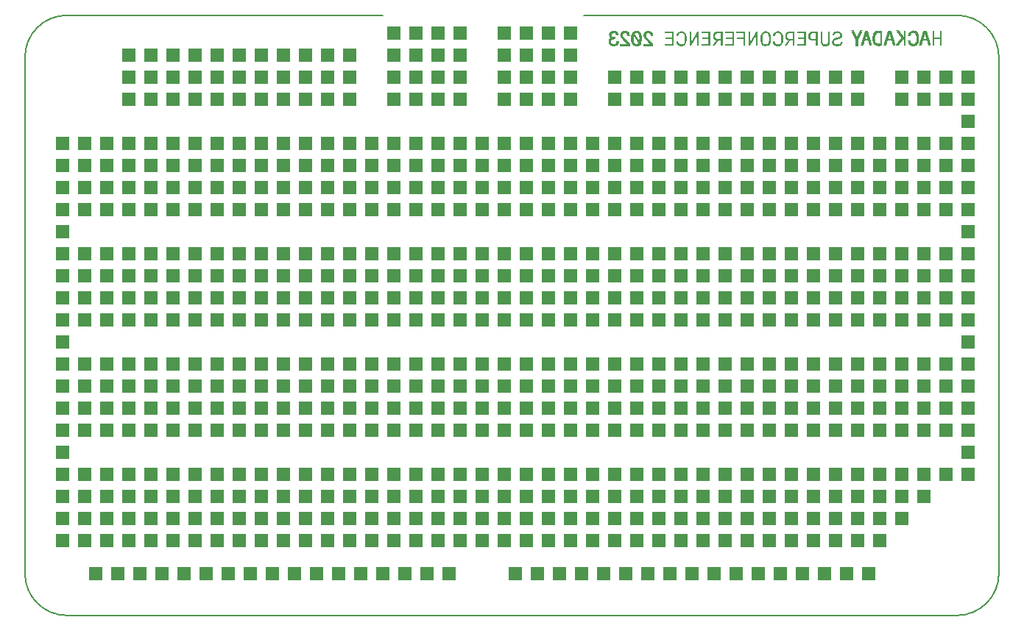
<source format=gbo>
G04*
G04 #@! TF.GenerationSoftware,Altium Limited,CircuitStudio,1.5.2 (30)*
G04*
G04 Layer_Color=13408512*
%FSLAX25Y25*%
%MOIN*%
G70*
G01*
G75*
%ADD13C,0.00500*%
%ADD14R,0.06000X0.06000*%
%ADD15R,0.01160X0.06930*%
%ADD16R,0.02570X0.01130*%
G04:AMPARAMS|DCode=17|XSize=11.6mil|YSize=69.3mil|CornerRadius=0mil|HoleSize=0mil|Usage=FLASHONLY|Rotation=343.000|XOffset=0mil|YOffset=0mil|HoleType=Round|Shape=Rectangle|*
%AMROTATEDRECTD17*
4,1,4,-0.01568,-0.03144,0.00458,0.03483,0.01568,0.03144,-0.00458,-0.03483,-0.01568,-0.03144,0.0*
%
%ADD17ROTATEDRECTD17*%

%ADD18R,0.01109X0.00339*%
%ADD19R,0.01344X0.00377*%
G04:AMPARAMS|DCode=20|XSize=11.6mil|YSize=69.3mil|CornerRadius=0mil|HoleSize=0mil|Usage=FLASHONLY|Rotation=197.000|XOffset=0mil|YOffset=0mil|HoleType=Round|Shape=Rectangle|*
%AMROTATEDRECTD20*
4,1,4,-0.00458,0.03483,0.01568,-0.03144,0.00458,-0.03483,-0.01568,0.03144,-0.00458,0.03483,0.0*
%
%ADD20ROTATEDRECTD20*%

%ADD21R,0.02570X0.01040*%
G04:AMPARAMS|DCode=22|XSize=11.6mil|YSize=45.45mil|CornerRadius=0mil|HoleSize=0mil|Usage=FLASHONLY|Rotation=39.000|XOffset=0mil|YOffset=0mil|HoleType=Round|Shape=Rectangle|*
%AMROTATEDRECTD22*
4,1,4,0.00980,-0.02131,-0.01881,0.01401,-0.00980,0.02131,0.01881,-0.01401,0.00980,-0.02131,0.0*
%
%ADD22ROTATEDRECTD22*%

%ADD23R,0.01247X0.00304*%
G04:AMPARAMS|DCode=24|XSize=7.2mil|YSize=3.26mil|CornerRadius=0mil|HoleSize=0mil|Usage=FLASHONLY|Rotation=39.000|XOffset=0mil|YOffset=0mil|HoleType=Round|Shape=Rectangle|*
%AMROTATEDRECTD24*
4,1,4,-0.00177,-0.00353,-0.00382,-0.00100,0.00177,0.00353,0.00382,0.00100,-0.00177,-0.00353,0.0*
%
%ADD24ROTATEDRECTD24*%

G04:AMPARAMS|DCode=25|XSize=3.63mil|YSize=2.79mil|CornerRadius=0mil|HoleSize=0mil|Usage=FLASHONLY|Rotation=39.000|XOffset=0mil|YOffset=0mil|HoleType=Round|Shape=Rectangle|*
%AMROTATEDRECTD25*
4,1,4,-0.00053,-0.00223,-0.00229,-0.00006,0.00053,0.00223,0.00229,0.00006,-0.00053,-0.00223,0.0*
%
%ADD25ROTATEDRECTD25*%

G04:AMPARAMS|DCode=26|XSize=3.63mil|YSize=2.79mil|CornerRadius=0mil|HoleSize=0mil|Usage=FLASHONLY|Rotation=321.000|XOffset=0mil|YOffset=0mil|HoleType=Round|Shape=Rectangle|*
%AMROTATEDRECTD26*
4,1,4,-0.00229,0.00006,-0.00053,0.00223,0.00229,-0.00006,0.00053,-0.00223,-0.00229,0.00006,0.0*
%
%ADD26ROTATEDRECTD26*%

G04:AMPARAMS|DCode=27|XSize=7.2mil|YSize=3.26mil|CornerRadius=0mil|HoleSize=0mil|Usage=FLASHONLY|Rotation=321.000|XOffset=0mil|YOffset=0mil|HoleType=Round|Shape=Rectangle|*
%AMROTATEDRECTD27*
4,1,4,-0.00382,0.00100,-0.00177,0.00353,0.00382,-0.00100,0.00177,-0.00353,-0.00382,0.00100,0.0*
%
%ADD27ROTATEDRECTD27*%

G04:AMPARAMS|DCode=28|XSize=11.6mil|YSize=45.45mil|CornerRadius=0mil|HoleSize=0mil|Usage=FLASHONLY|Rotation=321.000|XOffset=0mil|YOffset=0mil|HoleType=Round|Shape=Rectangle|*
%AMROTATEDRECTD28*
4,1,4,-0.01881,-0.01401,0.00980,0.02131,0.01881,0.01401,-0.00980,-0.02131,-0.01881,-0.01401,0.0*
%
%ADD28ROTATEDRECTD28*%

%ADD29R,0.02570X0.01050*%
G04:AMPARAMS|DCode=30|XSize=11.6mil|YSize=42.26mil|CornerRadius=0mil|HoleSize=0mil|Usage=FLASHONLY|Rotation=332.000|XOffset=0mil|YOffset=0mil|HoleType=Round|Shape=Rectangle|*
%AMROTATEDRECTD30*
4,1,4,-0.01504,-0.01593,0.00480,0.02138,0.01504,0.01593,-0.00480,-0.02138,-0.01504,-0.01593,0.0*
%
%ADD30ROTATEDRECTD30*%

%ADD31R,0.01137X0.00304*%
G04:AMPARAMS|DCode=32|XSize=2.79mil|YSize=2.3mil|CornerRadius=0mil|HoleSize=0mil|Usage=FLASHONLY|Rotation=321.000|XOffset=0mil|YOffset=0mil|HoleType=Round|Shape=Rectangle|*
%AMROTATEDRECTD32*
4,1,4,-0.00181,-0.00002,-0.00036,0.00177,0.00181,0.00002,0.00036,-0.00177,-0.00181,-0.00002,0.0*
%
%ADD32ROTATEDRECTD32*%

G04:AMPARAMS|DCode=33|XSize=3.63mil|YSize=2.79mil|CornerRadius=0mil|HoleSize=0mil|Usage=FLASHONLY|Rotation=64.000|XOffset=0mil|YOffset=0mil|HoleType=Round|Shape=Rectangle|*
%AMROTATEDRECTD33*
4,1,4,0.00046,-0.00224,-0.00205,-0.00102,-0.00046,0.00224,0.00205,0.00102,0.00046,-0.00224,0.0*
%
%ADD33ROTATEDRECTD33*%

G04:AMPARAMS|DCode=34|XSize=3.63mil|YSize=2.79mil|CornerRadius=0mil|HoleSize=0mil|Usage=FLASHONLY|Rotation=116.000|XOffset=0mil|YOffset=0mil|HoleType=Round|Shape=Rectangle|*
%AMROTATEDRECTD34*
4,1,4,0.00205,-0.00102,-0.00046,-0.00224,-0.00205,0.00102,0.00046,0.00224,0.00205,-0.00102,0.0*
%
%ADD34ROTATEDRECTD34*%

G04:AMPARAMS|DCode=35|XSize=2.79mil|YSize=2.3mil|CornerRadius=0mil|HoleSize=0mil|Usage=FLASHONLY|Rotation=219.000|XOffset=0mil|YOffset=0mil|HoleType=Round|Shape=Rectangle|*
%AMROTATEDRECTD35*
4,1,4,0.00036,0.00177,0.00181,-0.00002,-0.00036,-0.00177,-0.00181,0.00002,0.00036,0.00177,0.0*
%
%ADD35ROTATEDRECTD35*%

G04:AMPARAMS|DCode=36|XSize=11.6mil|YSize=42.26mil|CornerRadius=0mil|HoleSize=0mil|Usage=FLASHONLY|Rotation=208.000|XOffset=0mil|YOffset=0mil|HoleType=Round|Shape=Rectangle|*
%AMROTATEDRECTD36*
4,1,4,-0.00480,0.02138,0.01504,-0.01593,0.00480,-0.02138,-0.01504,0.01593,-0.00480,0.02138,0.0*
%
%ADD36ROTATEDRECTD36*%

%ADD37R,0.01170X0.03200*%
G36*
X604548Y470726D02*
X605048Y470546D01*
X605461Y470255D01*
X605793Y469861D01*
X606045Y469373D01*
X606220Y468796D01*
X606323Y468141D01*
X606324Y468125D01*
X606324Y468125D01*
X606346Y467639D01*
X606357Y467412D01*
X606357Y467411D01*
X606357Y467405D01*
X606323Y466677D01*
X606220Y466021D01*
X606045Y465445D01*
X605793Y464956D01*
X605462Y464563D01*
X605048Y464272D01*
X604548Y464092D01*
X603959Y464030D01*
X603437Y464071D01*
X602988Y464192D01*
X602611Y464386D01*
X602300Y464651D01*
X602053Y464980D01*
X601865Y465371D01*
X601734Y465817D01*
X601656Y466256D01*
X602493Y466256D01*
X602547Y465979D01*
X602652Y465648D01*
X602919Y465189D01*
X603070Y465032D01*
X603311Y464905D01*
X603606Y464827D01*
X603959Y464801D01*
X604412Y464858D01*
X604769Y465022D01*
X605041Y465275D01*
X605239Y465606D01*
X605374Y465999D01*
X605457Y466439D01*
X605499Y466913D01*
X605499Y466919D01*
X605499Y466919D01*
X605510Y467410D01*
X605503Y467717D01*
X605499Y467905D01*
X605457Y468378D01*
X605374Y468819D01*
X605239Y469212D01*
X605041Y469542D01*
X604769Y469796D01*
X604412Y469959D01*
X603959Y470016D01*
X603606Y469990D01*
X603311Y469912D01*
X603070Y469785D01*
X602878Y469613D01*
X602730Y469395D01*
X602621Y469136D01*
X602547Y468838D01*
X602502Y468503D01*
X601656Y468503D01*
X601734Y469001D01*
X601865Y469447D01*
X602052Y469837D01*
X602300Y470167D01*
X602611Y470432D01*
X602988Y470626D01*
X603437Y470747D01*
X603959Y470787D01*
X604548Y470726D01*
D02*
G37*
G36*
X627502Y470702D02*
X627502Y466443D01*
X627476Y465942D01*
X627393Y465483D01*
X627249Y465074D01*
X627037Y464721D01*
X626753Y464433D01*
X626392Y464218D01*
X625948Y464083D01*
X625415Y464036D01*
X624874Y464084D01*
X624424Y464220D01*
X624059Y464438D01*
X623774Y464728D01*
X623562Y465082D01*
X623418Y465492D01*
X623336Y465948D01*
X623310Y466443D01*
X623310Y470702D01*
X624137Y470702D01*
Y466461D01*
X624174Y465831D01*
X624343Y465297D01*
X624503Y465087D01*
X624728Y464927D01*
X625029Y464825D01*
X625415Y464788D01*
X625794Y464825D01*
X626089Y464928D01*
X626313Y465089D01*
X626473Y465300D01*
X626645Y465835D01*
X626685Y466462D01*
X626685Y470702D01*
X627502Y470702D01*
D02*
G37*
G36*
X573347Y470684D02*
X573347Y464103D01*
X569314Y464103D01*
X569314Y464846D01*
X572529Y464846D01*
X572529Y467108D01*
X569633Y467108D01*
X569633Y467861D01*
X572529Y467861D01*
Y469932D01*
X569314Y469932D01*
X569314Y470684D01*
X573347Y470684D01*
D02*
G37*
G36*
X594813Y464102D02*
X594014Y464102D01*
X593976Y469056D01*
X591457Y464102D01*
X590554Y464102D01*
X590554Y470683D01*
X591363Y470683D01*
X591400Y465700D01*
X593920Y470683D01*
X594813D01*
X594813Y464102D01*
D02*
G37*
G36*
X667874Y467546D02*
X667864Y467376D01*
X667804Y466476D01*
X667634Y465716D01*
X667354Y465116D01*
X667034Y464646D01*
X666624Y464326D01*
X666184Y464126D01*
X665774Y464016D01*
X665304Y463966D01*
X664774Y464016D01*
X664314Y464146D01*
X663884Y464346D01*
X663554Y464606D01*
X663264Y464946D01*
X663064Y465366D01*
X662894Y465866D01*
X662804Y466596D01*
X663994Y466596D01*
X664034Y466276D01*
X664074Y465986D01*
X664174Y465756D01*
X664294Y465516D01*
X664484Y465326D01*
X664724Y465186D01*
X664974Y465106D01*
X665294Y465096D01*
X665654Y465146D01*
X665904Y465226D01*
X666204Y465436D01*
X666394Y465726D01*
X666524Y466066D01*
X666614Y466416D01*
X666604Y466486D01*
X666664Y466896D01*
X666694Y467546D01*
X667874Y467546D01*
D02*
G37*
G36*
X560862Y470726D02*
X561362Y470546D01*
X561776Y470255D01*
X562107Y469861D01*
X562359Y469373D01*
X562534Y468796D01*
X562637Y468141D01*
X562638Y468125D01*
X562639Y468126D01*
X562671Y467405D01*
X562638Y466677D01*
X562535Y466021D01*
X562359Y465445D01*
X562107Y464956D01*
X561776Y464562D01*
X561362Y464272D01*
X560862Y464092D01*
X560274Y464030D01*
X559751Y464071D01*
X559303Y464192D01*
X558925Y464386D01*
X558614Y464651D01*
X558367Y464980D01*
X558179Y465371D01*
X558048Y465817D01*
X557970Y466256D01*
X558807Y466256D01*
X558861Y465979D01*
X558966Y465648D01*
X559233Y465189D01*
X559384Y465032D01*
X559625Y464905D01*
X559920Y464827D01*
X560273Y464801D01*
X560726Y464858D01*
X561083Y465022D01*
X561355Y465275D01*
X561553Y465606D01*
X561689Y465999D01*
X561771Y466439D01*
X561813Y466913D01*
X561813Y466919D01*
X561813Y466919D01*
X561825Y467412D01*
X561824Y467452D01*
X561813Y467898D01*
X561813Y467898D01*
X561813Y467905D01*
X561771Y468378D01*
X561688Y468819D01*
X561553Y469212D01*
X561355Y469542D01*
X561083Y469796D01*
X560726Y469959D01*
X560274Y470016D01*
X559920Y469990D01*
X559625Y469912D01*
X559384Y469786D01*
X559192Y469613D01*
X559044Y469395D01*
X558935Y469136D01*
X558861Y468838D01*
X558816Y468503D01*
X557970Y468503D01*
X558048Y469001D01*
X558179Y469447D01*
X558366Y469838D01*
X558614Y470167D01*
X558925Y470432D01*
X559302Y470626D01*
X559751Y470747D01*
X560273Y470787D01*
X560862Y470726D01*
D02*
G37*
G36*
X611473Y464103D02*
X610655Y464103D01*
X610655Y466491D01*
X609470Y466494D01*
X607884Y464106D01*
X606990Y464106D01*
X606990Y464200D01*
X608608Y466592D01*
X608446Y466645D01*
X608089Y466828D01*
X607793Y467077D01*
X607560Y467384D01*
X607390Y467744D01*
X607287Y468154D01*
X607252Y468607D01*
X607286Y469047D01*
X607387Y469447D01*
X607555Y469801D01*
X607786Y470104D01*
X608081Y470349D01*
X608387Y470506D01*
X608854Y470646D01*
X609330Y470684D01*
X611473Y470684D01*
X611473Y464103D01*
D02*
G37*
G36*
X598968Y470747D02*
X599417Y470626D01*
X599794Y470432D01*
X600105Y470167D01*
X600352Y469838D01*
X600540Y469447D01*
X600671Y469001D01*
X600750Y468562D01*
X600813Y468112D01*
X600859Y467434D01*
X600825Y466706D01*
X600722Y466050D01*
X600546Y465473D01*
X600294Y464985D01*
X599963Y464591D01*
X599550Y464300D01*
X599050Y464121D01*
X598461Y464059D01*
X597938Y464100D01*
X597490Y464220D01*
X597113Y464415D01*
X596802Y464679D01*
X596554Y465009D01*
X596367Y465399D01*
X596236Y465845D01*
X596194Y466077D01*
X596179Y466070D01*
X596081Y466692D01*
X596048Y467413D01*
X596082Y468141D01*
X596185Y468797D01*
X596360Y469374D01*
X596613Y469862D01*
X596944Y470256D01*
X597357Y470546D01*
X597857Y470726D01*
X598446Y470788D01*
X598968Y470747D01*
D02*
G37*
G36*
X631334Y470752D02*
X631772Y470654D01*
X632147Y470496D01*
X632459Y470282D01*
X632704Y470019D01*
X632881Y469711D01*
X632989Y469364D01*
X633025Y468981D01*
X633001Y468626D01*
X632927Y468314D01*
X632801Y468041D01*
X632624Y467807D01*
X632394Y467609D01*
X632109Y467444D01*
X631768Y467310D01*
X631370Y467204D01*
X630411Y466997D01*
X629941Y466856D01*
X629603Y466645D01*
X629484Y466506D01*
X629399Y466342D01*
X629347Y466149D01*
X629330Y465926D01*
X629354Y465655D01*
X629426Y465421D01*
X629546Y465224D01*
X629713Y465063D01*
X629927Y464938D01*
X630187Y464850D01*
X630493Y464796D01*
X630844Y464779D01*
X631192Y464802D01*
X631497Y464869D01*
X631759Y464980D01*
X631976Y465130D01*
X632150Y465319D01*
X632280Y465544D01*
X632364Y465804D01*
X632405Y466095D01*
X633241Y466095D01*
X633191Y465650D01*
X633069Y465250D01*
X632875Y464898D01*
X632610Y464600D01*
X632274Y464360D01*
X631867Y464183D01*
X631390Y464073D01*
X630844Y464036D01*
X630686Y464046D01*
X630318Y464069D01*
X629851Y464166D01*
X629445Y464324D01*
X629106Y464540D01*
X628835Y464811D01*
X628637Y465135D01*
X628516Y465507D01*
X628475Y465926D01*
X628501Y466285D01*
X628580Y466609D01*
X628715Y466898D01*
X628905Y467152D01*
X629152Y467371D01*
X629458Y467554D01*
X629824Y467702D01*
X630252Y467815D01*
X631145Y468004D01*
X631598Y468144D01*
X631918Y468348D01*
X632107Y468623D01*
X632169Y468981D01*
X632146Y469226D01*
X632076Y469439D01*
X631964Y469620D01*
X631811Y469769D01*
X631621Y469884D01*
X631396Y469967D01*
X631139Y470017D01*
X630853Y470034D01*
X630515Y470011D01*
X630226Y469946D01*
X629985Y469842D01*
X629790Y469700D01*
X629637Y469526D01*
X629527Y469320D01*
X629457Y469087D01*
X629424Y468831D01*
X628587Y468831D01*
X628631Y469249D01*
X628751Y469628D01*
X628943Y469962D01*
X629203Y470246D01*
X629527Y470475D01*
X629910Y470645D01*
X630347Y470750D01*
X630834Y470786D01*
X631334Y470752D01*
D02*
G37*
G36*
X540510Y471016D02*
X540866Y470912D01*
X541003Y470819D01*
X541273Y470688D01*
X541642Y470349D01*
X541953Y469873D01*
X542187Y469241D01*
X542314Y468504D01*
X542328Y468516D01*
X542388Y467519D01*
X542328Y466520D01*
X542161Y465719D01*
X541904Y465096D01*
X541577Y464631D01*
X541221Y464325D01*
X540782Y464096D01*
X540351Y463985D01*
X539922Y463953D01*
X539421Y464004D01*
X539062Y464096D01*
X538922Y464183D01*
X538647Y464304D01*
X538267Y464631D01*
X537940Y465096D01*
X537683Y465718D01*
X537516Y466520D01*
X537456Y467519D01*
X537517Y468603D01*
X537712Y469397D01*
X537990Y470011D01*
X538334Y470464D01*
X538700Y470757D01*
X539147Y470971D01*
X539581Y471067D01*
X540012Y471084D01*
X540510Y471016D01*
D02*
G37*
G36*
X578897Y470684D02*
X578897Y464103D01*
X578079Y464103D01*
X578079Y466491D01*
X576894Y466494D01*
X575308Y464106D01*
X574414Y464106D01*
X574414Y464200D01*
X576032Y466592D01*
X575870Y466645D01*
X575514Y466828D01*
X575217Y467077D01*
X574983Y467384D01*
X574814Y467744D01*
X574711Y468154D01*
X574676Y468607D01*
X574710Y469047D01*
X574811Y469447D01*
X574979Y469801D01*
X575210Y470104D01*
X575505Y470349D01*
X575811Y470506D01*
X576278Y470646D01*
X576754Y470685D01*
X578897Y470684D01*
D02*
G37*
G36*
X621924Y464102D02*
X621106Y464102D01*
X621106Y466490D01*
X619726Y466494D01*
X619311Y466529D01*
X618896Y466643D01*
X618540Y466827D01*
X618244Y467075D01*
X618010Y467382D01*
X617841Y467743D01*
X617738Y468152D01*
X617703Y468605D01*
X617737Y469045D01*
X617838Y469445D01*
X618006Y469800D01*
X618237Y470102D01*
X618532Y470348D01*
X618838Y470504D01*
X619305Y470644D01*
X619780Y470683D01*
X621924Y470683D01*
X621924Y464102D01*
D02*
G37*
G36*
X564714Y470683D02*
X564751Y465700D01*
X567271Y470683D01*
X568164Y470683D01*
X568164Y464102D01*
X567365Y464102D01*
X567328Y469056D01*
X564808Y464102D01*
X563905Y464102D01*
X563905Y470683D01*
X564714Y470683D01*
D02*
G37*
G36*
X616656Y464103D02*
X612623D01*
X612623Y464846D01*
X615838Y464846D01*
X615838Y467108D01*
X612915Y467108D01*
X612915Y467861D01*
X615838Y467861D01*
X615838Y469932D01*
X612623Y469932D01*
X612623Y470684D01*
X616656Y470684D01*
X616656Y464103D01*
D02*
G37*
G36*
X545781Y471002D02*
X546145Y470907D01*
X546521Y470725D01*
X546840Y470479D01*
X547094Y470171D01*
X547283Y469808D01*
X547399Y469393D01*
X547439Y468759D01*
X546297Y468759D01*
X546279Y469174D01*
X546228Y469389D01*
X546023Y469724D01*
X545873Y469844D01*
X545478Y469983D01*
X545236Y470000D01*
X544806Y469940D01*
X544491Y469763D01*
X544297Y469474D01*
X544232Y469081D01*
X544279Y468745D01*
X544434Y468420D01*
X544712Y468043D01*
X545131Y467546D01*
X547420Y464874D01*
X547420Y464019D01*
X542968Y464019D01*
X542968Y465095D01*
X545817Y465095D01*
X544326Y466824D01*
X543772Y467485D01*
X543380Y468039D01*
X543148Y468556D01*
X543071Y469109D01*
X543111Y469527D01*
X543227Y469905D01*
X543415Y470237D01*
X543668Y470520D01*
X543982Y470749D01*
X544352Y470917D01*
X544771Y471022D01*
X545236Y471057D01*
X545781Y471002D01*
D02*
G37*
G36*
X584080Y464103D02*
X580047Y464103D01*
X580047Y464846D01*
X583262Y464846D01*
X583262Y467108D01*
X580366Y467108D01*
X580366Y467861D01*
X583262Y467861D01*
X583262Y469932D01*
X580047Y469932D01*
X580047Y470684D01*
X584080Y470684D01*
X584080Y464103D01*
D02*
G37*
G36*
X556809Y470684D02*
X556809Y464103D01*
X552776Y464103D01*
X552776Y464846D01*
X555991Y464846D01*
X555991Y467108D01*
X553095Y467108D01*
X553095Y467861D01*
X555991Y467861D01*
X555991Y469932D01*
X552776Y469932D01*
X552776Y470684D01*
X556809Y470684D01*
D02*
G37*
G36*
X650404Y469916D02*
X650394Y469906D01*
X650394Y469916D01*
X650404Y469916D01*
D02*
G37*
G36*
X650394Y469916D02*
X649594Y469936D01*
X649194Y469896D01*
X648824Y469776D01*
X648544Y469596D01*
X648284Y469326D01*
X648124Y469006D01*
X647974Y468616D01*
X647894Y468096D01*
X647884Y467816D01*
X647884D01*
X647874Y467542D01*
X647884Y467266D01*
X647884D01*
X647894Y466986D01*
X647974Y466466D01*
X648124Y466076D01*
X648284Y465756D01*
X648544Y465486D01*
X648824Y465306D01*
X649194Y465186D01*
X649594Y465146D01*
X650394Y465165D01*
X650394Y465176D01*
X650404Y465166D01*
X650394Y465165D01*
X650424Y464076D01*
X649524Y464086D01*
X648894Y464136D01*
X648334Y464286D01*
X647824Y464566D01*
X647454Y464936D01*
X647114Y465446D01*
X646884Y466026D01*
X646774Y466625D01*
X646724Y467075D01*
X646707Y467491D01*
X646704Y467516D01*
X646705Y467541D01*
X646704Y467566D01*
X646707Y467589D01*
X646724Y468006D01*
X646774Y468456D01*
X646884Y469056D01*
X647114Y469636D01*
X647454Y470146D01*
X647824Y470516D01*
X648334Y470796D01*
X648894Y470946D01*
X649524Y470996D01*
X650424Y471006D01*
X650394Y469916D01*
D02*
G37*
G36*
X535246Y471002D02*
X535610Y470907D01*
X535986Y470725D01*
X536304Y470479D01*
X536559Y470171D01*
X536748Y469808D01*
X536864Y469393D01*
X536904Y468759D01*
X535762Y468759D01*
X535744Y469174D01*
X535692Y469389D01*
X535488Y469724D01*
X535337Y469844D01*
X534943Y469983D01*
X534701Y470000D01*
X534271Y469940D01*
X533956Y469763D01*
X533762Y469475D01*
X533697Y469081D01*
X533744Y468745D01*
X533898Y468421D01*
X534177Y468043D01*
X534596Y467546D01*
X536885Y464874D01*
X536885Y464019D01*
X532432Y464019D01*
X532432Y465094D01*
X535282Y465095D01*
X533791Y466824D01*
X533237Y467485D01*
X532845Y468039D01*
X532613Y468556D01*
X532536Y469108D01*
X532576Y469527D01*
X532692Y469905D01*
X532880Y470237D01*
X533133Y470520D01*
X533447Y470748D01*
X533817Y470917D01*
X534236Y471022D01*
X534701Y471058D01*
X535246Y471002D01*
D02*
G37*
G36*
X530194Y471004D02*
X530558Y470909D01*
X530935Y470728D01*
X531253Y470481D01*
X531508Y470174D01*
X531696Y469810D01*
X531812Y469395D01*
X531852Y468881D01*
X530709Y468882D01*
X530693Y469177D01*
X530641Y469391D01*
X530436Y469727D01*
X530286Y469846D01*
X529891Y469985D01*
X529650Y470003D01*
X529219Y469943D01*
X528905Y469766D01*
X528711Y469477D01*
X528645Y469083D01*
X528693Y468747D01*
X528907Y468421D01*
X529253Y468228D01*
X529706Y468161D01*
X530433Y468161D01*
X530433Y467113D01*
X529688Y467113D01*
X529284Y467078D01*
X528864Y466929D01*
X528682Y466794D01*
X528535Y466607D01*
X528437Y466363D01*
X528401Y466052D01*
X528421Y465815D01*
X528481Y465606D01*
X528579Y465426D01*
X528714Y465275D01*
X528884Y465157D01*
X529088Y465071D01*
X529325Y465018D01*
X529594Y465000D01*
X529856Y465018D01*
X530089Y465072D01*
X530294Y465160D01*
X530466Y465279D01*
X530605Y465427D01*
X530707Y465605D01*
X530772Y465808D01*
X530788Y465964D01*
X530798Y466204D01*
X531928Y466204D01*
Y466033D01*
X531885Y465587D01*
X531759Y465183D01*
X531556Y464828D01*
X531282Y464527D01*
X530942Y464283D01*
X530542Y464103D01*
X530087Y463991D01*
X529584Y463953D01*
X529079Y463992D01*
X528623Y464105D01*
X528222Y464288D01*
X527880Y464534D01*
X527605Y464840D01*
X527401Y465200D01*
X527275Y465609D01*
X527232Y466061D01*
X527296Y466596D01*
X527487Y467058D01*
X527796Y467439D01*
X528216Y467728D01*
X527874Y467988D01*
X527561Y468559D01*
X527484Y469111D01*
X527524Y469529D01*
X527641Y469908D01*
X527828Y470240D01*
X528081Y470522D01*
X528395Y470751D01*
X528765Y470919D01*
X529185Y471024D01*
X529650Y471060D01*
X530194Y471004D01*
D02*
G37*
G36*
X665774Y471086D02*
X666184Y470976D01*
X666624Y470776D01*
X667034Y470456D01*
X667354Y469986D01*
X667634Y469386D01*
X667804Y468626D01*
X667864Y467726D01*
X667874Y467556D01*
X666694Y467556D01*
X666664Y468206D01*
X666604Y468616D01*
X666614Y468686D01*
X666524Y469036D01*
X666394Y469376D01*
X666204Y469666D01*
X665904Y469876D01*
X665654Y469956D01*
X665294Y470006D01*
X664974Y469996D01*
X664724Y469916D01*
X664484Y469776D01*
X664294Y469586D01*
X664174Y469346D01*
X664074Y469116D01*
X664034Y468826D01*
X663994Y468506D01*
X662804Y468505D01*
X662894Y469236D01*
X663064Y469736D01*
X663264Y470156D01*
X663554Y470496D01*
X663884Y470756D01*
X664314Y470956D01*
X664774Y471086D01*
X665304Y471136D01*
X665774Y471086D01*
D02*
G37*
G36*
X589093Y470684D02*
Y464103D01*
X588275Y464103D01*
X588275Y467108D01*
X585380Y467108D01*
X585380Y467861D01*
X588275Y467861D01*
X588275Y469932D01*
X585060Y469932D01*
X585060Y470684D01*
X589093Y470684D01*
D02*
G37*
%LPC*%
G36*
X609433Y469942D02*
X609122Y469919D01*
X608800Y469839D01*
X608622Y469742D01*
X608434Y469591D01*
X608287Y469401D01*
X608182Y469172D01*
X608119Y468907D01*
X608098Y468607D01*
X608118Y468294D01*
X608178Y468021D01*
X608280Y467787D01*
X608424Y467594D01*
X608610Y467442D01*
X608840Y467332D01*
X609114Y467266D01*
X609433Y467243D01*
X610655Y467243D01*
X610655Y469942D01*
X609433Y469942D01*
D02*
G37*
G36*
X621106Y469940D02*
X619884Y469940D01*
X619573Y469917D01*
X619250Y469838D01*
X619073Y469741D01*
X618885Y469590D01*
X618738Y469399D01*
X618633Y469171D01*
X618570Y468906D01*
X618549Y468605D01*
X618569Y468293D01*
X618629Y468019D01*
X618731Y467785D01*
X618875Y467592D01*
X619061Y467440D01*
X619291Y467330D01*
X619565Y467264D01*
X619884Y467242D01*
X621106Y467242D01*
X621106Y469940D01*
D02*
G37*
G36*
X539974Y470028D02*
X539766Y470016D01*
X539566Y469966D01*
X539386Y469866D01*
X539236Y469756D01*
X539161Y469662D01*
X541175Y466580D01*
X541228Y467520D01*
X541208Y468117D01*
X541152Y468590D01*
X541046Y469086D01*
X540939Y469381D01*
X540792Y469646D01*
X540647Y469766D01*
X540548Y469856D01*
X540285Y469979D01*
X539974Y470028D01*
D02*
G37*
G36*
X576857Y469942D02*
X576546Y469919D01*
X576223Y469839D01*
X576046Y469742D01*
X575858Y469591D01*
X575711Y469401D01*
X575606Y469172D01*
X575543Y468907D01*
X575522Y468607D01*
X575542Y468295D01*
X575602Y468021D01*
X575704Y467787D01*
X575848Y467594D01*
X576034Y467442D01*
X576264Y467332D01*
X576538Y467266D01*
X576857Y467243D01*
X578079Y467243D01*
X578079Y469942D01*
X576857Y469942D01*
D02*
G37*
G36*
X598446Y470017D02*
X597993Y469959D01*
X597637Y469797D01*
X597364Y469543D01*
X597166Y469212D01*
X597031Y468819D01*
X596948Y468379D01*
X596906Y467905D01*
X596895Y467413D01*
X596910Y466905D01*
X596958Y466425D01*
X597049Y466008D01*
X597153Y465676D01*
X597421Y465217D01*
X597572Y465061D01*
X597813Y464934D01*
X598107Y464856D01*
X598461Y464830D01*
X598914Y464887D01*
X599270Y465050D01*
X599542Y465304D01*
X599741Y465634D01*
X599876Y466027D01*
X599959Y466468D01*
X600000Y466941D01*
X600012Y467434D01*
X599984Y467917D01*
X599858Y468839D01*
X599753Y469170D01*
X599486Y469629D01*
X599335Y469786D01*
X599094Y469913D01*
X598799Y469991D01*
X598446Y470017D01*
D02*
G37*
G36*
X538664Y468437D02*
X538617Y467519D01*
X538631Y466923D01*
X538636Y466920D01*
X538695Y466405D01*
X538819Y465914D01*
X538936Y465623D01*
X539092Y465363D01*
X539241Y465248D01*
X539342Y465162D01*
X539610Y465048D01*
X539922Y465010D01*
X540321Y465114D01*
X540701Y465320D01*
X540031Y466464D01*
X538664Y468437D01*
D02*
G37*
%LPD*%
D13*
X685000Y206000D02*
G03*
X704000Y225000I0J19000D01*
G01*
Y459000D02*
G03*
X685000Y478000I-19000J0D01*
G01*
X263000Y225000D02*
G03*
X282000Y206000I19000J0D01*
G01*
Y478000D02*
G03*
X263000Y459000I0J-19000D01*
G01*
X282000Y206000D02*
X684926D01*
X282000Y478000D02*
X425000D01*
X263000Y224000D02*
Y459000D01*
X704000Y224000D02*
Y459000D01*
X516000Y478000D02*
X685000D01*
D14*
X690000Y270000D02*
D03*
X525000Y225000D02*
D03*
X575000D02*
D03*
X625000D02*
D03*
X645000Y225000D02*
D03*
X635000Y225000D02*
D03*
X615000D02*
D03*
X605000D02*
D03*
X595000Y225000D02*
D03*
X585000Y225000D02*
D03*
X565000D02*
D03*
X555000D02*
D03*
X545000Y225000D02*
D03*
X535000Y225000D02*
D03*
X485000D02*
D03*
X495000Y225000D02*
D03*
X505000Y225000D02*
D03*
X515000Y225000D02*
D03*
X325000D02*
D03*
X315000Y225000D02*
D03*
X305000Y225000D02*
D03*
X295000Y225000D02*
D03*
X345000D02*
D03*
X355000Y225000D02*
D03*
X365000Y225000D02*
D03*
X375000D02*
D03*
X395000D02*
D03*
X405000Y225000D02*
D03*
X415000Y225000D02*
D03*
X425000D02*
D03*
X445000D02*
D03*
X455000Y225000D02*
D03*
X435000Y225000D02*
D03*
X385000D02*
D03*
X335000D02*
D03*
X690000Y430000D02*
D03*
X280000Y380000D02*
D03*
X690000D02*
D03*
Y330000D02*
D03*
X280000D02*
D03*
X690000Y280000D02*
D03*
X280000D02*
D03*
X290000Y270000D02*
D03*
Y260000D02*
D03*
Y250000D02*
D03*
Y240000D02*
D03*
X280000D02*
D03*
Y250000D02*
D03*
Y260000D02*
D03*
Y270000D02*
D03*
X300000Y240000D02*
D03*
Y250000D02*
D03*
Y260000D02*
D03*
Y270000D02*
D03*
X310000Y240000D02*
D03*
Y250000D02*
D03*
Y260000D02*
D03*
Y270000D02*
D03*
X320000Y240000D02*
D03*
Y250000D02*
D03*
Y260000D02*
D03*
Y270000D02*
D03*
X330000Y240000D02*
D03*
Y250000D02*
D03*
Y260000D02*
D03*
Y270000D02*
D03*
X340000Y240000D02*
D03*
Y250000D02*
D03*
Y260000D02*
D03*
Y270000D02*
D03*
X350000Y240000D02*
D03*
Y250000D02*
D03*
Y260000D02*
D03*
Y270000D02*
D03*
X360000Y240000D02*
D03*
Y250000D02*
D03*
Y260000D02*
D03*
Y270000D02*
D03*
X370000Y240000D02*
D03*
Y250000D02*
D03*
Y260000D02*
D03*
Y270000D02*
D03*
X470000D02*
D03*
Y260000D02*
D03*
Y250000D02*
D03*
Y240000D02*
D03*
X460000Y270000D02*
D03*
Y260000D02*
D03*
Y250000D02*
D03*
Y240000D02*
D03*
X450000Y270000D02*
D03*
Y260000D02*
D03*
Y250000D02*
D03*
Y240000D02*
D03*
X440000Y270000D02*
D03*
Y260000D02*
D03*
Y250000D02*
D03*
Y240000D02*
D03*
X430000Y270000D02*
D03*
Y260000D02*
D03*
Y250000D02*
D03*
Y240000D02*
D03*
X420000Y270000D02*
D03*
Y260000D02*
D03*
Y250000D02*
D03*
Y240000D02*
D03*
X410000Y270000D02*
D03*
Y260000D02*
D03*
Y250000D02*
D03*
Y240000D02*
D03*
X400000Y270000D02*
D03*
Y260000D02*
D03*
Y250000D02*
D03*
Y240000D02*
D03*
X380000Y270000D02*
D03*
Y260000D02*
D03*
Y250000D02*
D03*
Y240000D02*
D03*
X390000D02*
D03*
Y250000D02*
D03*
Y260000D02*
D03*
Y270000D02*
D03*
X570000D02*
D03*
Y260000D02*
D03*
Y250000D02*
D03*
Y240000D02*
D03*
X560000Y270000D02*
D03*
Y260000D02*
D03*
Y250000D02*
D03*
Y240000D02*
D03*
X550000Y270000D02*
D03*
Y260000D02*
D03*
Y250000D02*
D03*
Y240000D02*
D03*
X540000Y270000D02*
D03*
Y260000D02*
D03*
Y250000D02*
D03*
Y240000D02*
D03*
X530000Y270000D02*
D03*
Y260000D02*
D03*
Y250000D02*
D03*
Y240000D02*
D03*
X520000Y270000D02*
D03*
Y260000D02*
D03*
Y250000D02*
D03*
Y240000D02*
D03*
X510000Y270000D02*
D03*
Y260000D02*
D03*
Y250000D02*
D03*
Y240000D02*
D03*
X500000Y270000D02*
D03*
Y260000D02*
D03*
Y250000D02*
D03*
Y240000D02*
D03*
X480000Y270000D02*
D03*
Y260000D02*
D03*
Y250000D02*
D03*
Y240000D02*
D03*
X490000D02*
D03*
Y250000D02*
D03*
Y260000D02*
D03*
Y270000D02*
D03*
X670000D02*
D03*
Y260000D02*
D03*
X660000Y270000D02*
D03*
Y260000D02*
D03*
Y250000D02*
D03*
X650000Y270000D02*
D03*
Y260000D02*
D03*
Y250000D02*
D03*
Y240000D02*
D03*
X640000Y270000D02*
D03*
Y260000D02*
D03*
Y250000D02*
D03*
Y240000D02*
D03*
X630000Y270000D02*
D03*
Y260000D02*
D03*
Y250000D02*
D03*
Y240000D02*
D03*
X620000Y270000D02*
D03*
Y260000D02*
D03*
Y250000D02*
D03*
Y240000D02*
D03*
X610000Y270000D02*
D03*
Y260000D02*
D03*
Y250000D02*
D03*
Y240000D02*
D03*
X600000Y270000D02*
D03*
Y260000D02*
D03*
Y250000D02*
D03*
Y240000D02*
D03*
X580000Y270000D02*
D03*
Y260000D02*
D03*
Y250000D02*
D03*
Y240000D02*
D03*
X590000D02*
D03*
Y250000D02*
D03*
Y260000D02*
D03*
Y270000D02*
D03*
X680000D02*
D03*
X290000Y320000D02*
D03*
Y310000D02*
D03*
Y300000D02*
D03*
Y290000D02*
D03*
X280000D02*
D03*
Y300000D02*
D03*
Y310000D02*
D03*
Y320000D02*
D03*
X300000Y290000D02*
D03*
Y300000D02*
D03*
Y310000D02*
D03*
Y320000D02*
D03*
X310000Y290000D02*
D03*
Y300000D02*
D03*
Y310000D02*
D03*
Y320000D02*
D03*
X320000Y290000D02*
D03*
Y300000D02*
D03*
Y310000D02*
D03*
Y320000D02*
D03*
X330000Y290000D02*
D03*
Y300000D02*
D03*
Y310000D02*
D03*
Y320000D02*
D03*
X340000Y290000D02*
D03*
Y300000D02*
D03*
Y310000D02*
D03*
Y320000D02*
D03*
X350000Y290000D02*
D03*
Y300000D02*
D03*
Y310000D02*
D03*
Y320000D02*
D03*
X360000Y290000D02*
D03*
Y300000D02*
D03*
Y310000D02*
D03*
Y320000D02*
D03*
X370000Y290000D02*
D03*
Y300000D02*
D03*
Y310000D02*
D03*
Y320000D02*
D03*
X470000D02*
D03*
Y310000D02*
D03*
Y300000D02*
D03*
Y290000D02*
D03*
X460000Y320000D02*
D03*
Y310000D02*
D03*
Y300000D02*
D03*
Y290000D02*
D03*
X450000Y320000D02*
D03*
Y310000D02*
D03*
Y300000D02*
D03*
Y290000D02*
D03*
X440000Y320000D02*
D03*
Y310000D02*
D03*
Y300000D02*
D03*
Y290000D02*
D03*
X430000Y320000D02*
D03*
Y310000D02*
D03*
Y300000D02*
D03*
Y290000D02*
D03*
X420000Y320000D02*
D03*
Y310000D02*
D03*
Y300000D02*
D03*
Y290000D02*
D03*
X410000Y320000D02*
D03*
Y310000D02*
D03*
Y300000D02*
D03*
Y290000D02*
D03*
X400000Y320000D02*
D03*
Y310000D02*
D03*
Y300000D02*
D03*
Y290000D02*
D03*
X380000Y320000D02*
D03*
Y310000D02*
D03*
Y300000D02*
D03*
Y290000D02*
D03*
X390000D02*
D03*
Y300000D02*
D03*
Y310000D02*
D03*
Y320000D02*
D03*
X570000D02*
D03*
Y310000D02*
D03*
Y300000D02*
D03*
Y290000D02*
D03*
X560000Y320000D02*
D03*
Y310000D02*
D03*
Y300000D02*
D03*
Y290000D02*
D03*
X550000Y320000D02*
D03*
Y310000D02*
D03*
Y300000D02*
D03*
Y290000D02*
D03*
X540000Y320000D02*
D03*
Y310000D02*
D03*
Y300000D02*
D03*
Y290000D02*
D03*
X530000Y320000D02*
D03*
Y310000D02*
D03*
Y300000D02*
D03*
Y290000D02*
D03*
X520000Y320000D02*
D03*
Y310000D02*
D03*
Y300000D02*
D03*
Y290000D02*
D03*
X510000Y320000D02*
D03*
Y310000D02*
D03*
Y300000D02*
D03*
Y290000D02*
D03*
X500000Y320000D02*
D03*
Y310000D02*
D03*
Y300000D02*
D03*
Y290000D02*
D03*
X480000Y320000D02*
D03*
Y310000D02*
D03*
Y300000D02*
D03*
Y290000D02*
D03*
X490000D02*
D03*
Y300000D02*
D03*
Y310000D02*
D03*
Y320000D02*
D03*
X670000D02*
D03*
Y310000D02*
D03*
Y300000D02*
D03*
Y290000D02*
D03*
X660000Y320000D02*
D03*
Y310000D02*
D03*
Y300000D02*
D03*
Y290000D02*
D03*
X650000Y320000D02*
D03*
Y310000D02*
D03*
Y300000D02*
D03*
Y290000D02*
D03*
X640000Y320000D02*
D03*
Y310000D02*
D03*
Y300000D02*
D03*
Y290000D02*
D03*
X630000Y320000D02*
D03*
Y310000D02*
D03*
Y300000D02*
D03*
Y290000D02*
D03*
X620000Y320000D02*
D03*
Y310000D02*
D03*
Y300000D02*
D03*
Y290000D02*
D03*
X610000Y320000D02*
D03*
Y310000D02*
D03*
Y300000D02*
D03*
Y290000D02*
D03*
X600000Y320000D02*
D03*
Y310000D02*
D03*
Y300000D02*
D03*
Y290000D02*
D03*
X580000Y320000D02*
D03*
Y310000D02*
D03*
Y300000D02*
D03*
Y290000D02*
D03*
X590000D02*
D03*
Y300000D02*
D03*
Y310000D02*
D03*
Y320000D02*
D03*
X680000D02*
D03*
Y310000D02*
D03*
Y300000D02*
D03*
Y290000D02*
D03*
X690000D02*
D03*
Y300000D02*
D03*
Y310000D02*
D03*
Y320000D02*
D03*
X290000Y370000D02*
D03*
Y360000D02*
D03*
Y350000D02*
D03*
Y340000D02*
D03*
X280000D02*
D03*
Y350000D02*
D03*
Y360000D02*
D03*
Y370000D02*
D03*
X300000Y340000D02*
D03*
Y350000D02*
D03*
Y360000D02*
D03*
Y370000D02*
D03*
X310000Y340000D02*
D03*
Y350000D02*
D03*
Y360000D02*
D03*
Y370000D02*
D03*
X320000Y340000D02*
D03*
Y350000D02*
D03*
Y360000D02*
D03*
Y370000D02*
D03*
X330000Y340000D02*
D03*
Y350000D02*
D03*
Y360000D02*
D03*
Y370000D02*
D03*
X340000Y340000D02*
D03*
Y350000D02*
D03*
Y360000D02*
D03*
Y370000D02*
D03*
X350000Y340000D02*
D03*
Y350000D02*
D03*
Y360000D02*
D03*
Y370000D02*
D03*
X360000Y340000D02*
D03*
Y350000D02*
D03*
Y360000D02*
D03*
Y370000D02*
D03*
X370000Y340000D02*
D03*
Y350000D02*
D03*
Y360000D02*
D03*
Y370000D02*
D03*
X470000D02*
D03*
Y360000D02*
D03*
Y350000D02*
D03*
Y340000D02*
D03*
X460000Y370000D02*
D03*
Y360000D02*
D03*
Y350000D02*
D03*
Y340000D02*
D03*
X450000Y370000D02*
D03*
Y360000D02*
D03*
Y350000D02*
D03*
Y340000D02*
D03*
X440000Y370000D02*
D03*
Y360000D02*
D03*
Y350000D02*
D03*
Y340000D02*
D03*
X430000Y370000D02*
D03*
Y360000D02*
D03*
Y350000D02*
D03*
Y340000D02*
D03*
X420000Y370000D02*
D03*
Y360000D02*
D03*
Y350000D02*
D03*
Y340000D02*
D03*
X410000Y370000D02*
D03*
Y360000D02*
D03*
Y350000D02*
D03*
Y340000D02*
D03*
X400000Y370000D02*
D03*
Y360000D02*
D03*
Y350000D02*
D03*
Y340000D02*
D03*
X380000Y370000D02*
D03*
Y360000D02*
D03*
Y350000D02*
D03*
Y340000D02*
D03*
X390000D02*
D03*
Y350000D02*
D03*
Y360000D02*
D03*
Y370000D02*
D03*
X570000D02*
D03*
Y360000D02*
D03*
Y350000D02*
D03*
Y340000D02*
D03*
X560000Y370000D02*
D03*
Y360000D02*
D03*
Y350000D02*
D03*
Y340000D02*
D03*
X550000Y370000D02*
D03*
Y360000D02*
D03*
Y350000D02*
D03*
Y340000D02*
D03*
X540000Y370000D02*
D03*
Y360000D02*
D03*
Y350000D02*
D03*
Y340000D02*
D03*
X530000Y370000D02*
D03*
Y360000D02*
D03*
Y350000D02*
D03*
Y340000D02*
D03*
X520000Y370000D02*
D03*
Y360000D02*
D03*
Y350000D02*
D03*
Y340000D02*
D03*
X510000Y370000D02*
D03*
Y360000D02*
D03*
Y350000D02*
D03*
Y340000D02*
D03*
X500000Y370000D02*
D03*
Y360000D02*
D03*
Y350000D02*
D03*
Y340000D02*
D03*
X480000Y370000D02*
D03*
Y360000D02*
D03*
Y350000D02*
D03*
Y340000D02*
D03*
X490000D02*
D03*
Y350000D02*
D03*
Y360000D02*
D03*
Y370000D02*
D03*
X670000D02*
D03*
Y360000D02*
D03*
Y350000D02*
D03*
Y340000D02*
D03*
X660000Y370000D02*
D03*
Y360000D02*
D03*
Y350000D02*
D03*
Y340000D02*
D03*
X650000Y370000D02*
D03*
Y360000D02*
D03*
Y350000D02*
D03*
Y340000D02*
D03*
X640000Y370000D02*
D03*
Y360000D02*
D03*
Y350000D02*
D03*
Y340000D02*
D03*
X630000Y370000D02*
D03*
Y360000D02*
D03*
Y350000D02*
D03*
Y340000D02*
D03*
X620000Y370000D02*
D03*
Y360000D02*
D03*
Y350000D02*
D03*
Y340000D02*
D03*
X610000Y370000D02*
D03*
Y360000D02*
D03*
Y350000D02*
D03*
Y340000D02*
D03*
X600000Y370000D02*
D03*
Y360000D02*
D03*
Y350000D02*
D03*
Y340000D02*
D03*
X580000Y370000D02*
D03*
Y360000D02*
D03*
Y350000D02*
D03*
Y340000D02*
D03*
X590000D02*
D03*
Y350000D02*
D03*
Y360000D02*
D03*
Y370000D02*
D03*
X680000D02*
D03*
Y360000D02*
D03*
Y350000D02*
D03*
Y340000D02*
D03*
X690000D02*
D03*
Y350000D02*
D03*
Y360000D02*
D03*
Y370000D02*
D03*
X310000Y440000D02*
D03*
Y450000D02*
D03*
Y460000D02*
D03*
X320000Y440000D02*
D03*
Y450000D02*
D03*
Y460000D02*
D03*
X330000Y440000D02*
D03*
Y450000D02*
D03*
Y460000D02*
D03*
X340000Y440000D02*
D03*
Y450000D02*
D03*
Y460000D02*
D03*
X350000Y440000D02*
D03*
Y450000D02*
D03*
Y460000D02*
D03*
X360000Y440000D02*
D03*
Y450000D02*
D03*
Y460000D02*
D03*
X370000Y440000D02*
D03*
Y450000D02*
D03*
Y460000D02*
D03*
X460000Y470000D02*
D03*
Y460000D02*
D03*
Y450000D02*
D03*
Y440000D02*
D03*
X450000Y470000D02*
D03*
Y460000D02*
D03*
Y450000D02*
D03*
Y440000D02*
D03*
X440000Y470000D02*
D03*
Y460000D02*
D03*
Y450000D02*
D03*
Y440000D02*
D03*
X430000Y470000D02*
D03*
Y460000D02*
D03*
Y450000D02*
D03*
Y440000D02*
D03*
X410000Y460000D02*
D03*
Y450000D02*
D03*
Y440000D02*
D03*
X400000Y460000D02*
D03*
Y450000D02*
D03*
Y440000D02*
D03*
X380000Y460000D02*
D03*
Y450000D02*
D03*
Y440000D02*
D03*
X390000D02*
D03*
Y450000D02*
D03*
Y460000D02*
D03*
X570000Y450000D02*
D03*
Y440000D02*
D03*
X560000Y450000D02*
D03*
Y440000D02*
D03*
X550000Y450000D02*
D03*
Y440000D02*
D03*
X540000Y450000D02*
D03*
Y440000D02*
D03*
X530000Y450000D02*
D03*
Y440000D02*
D03*
X510000Y470000D02*
D03*
Y460000D02*
D03*
Y450000D02*
D03*
Y440000D02*
D03*
X500000Y470000D02*
D03*
Y460000D02*
D03*
Y450000D02*
D03*
Y440000D02*
D03*
X480000Y470000D02*
D03*
Y460000D02*
D03*
Y450000D02*
D03*
Y440000D02*
D03*
X490000D02*
D03*
Y450000D02*
D03*
Y460000D02*
D03*
Y470000D02*
D03*
X670000Y450000D02*
D03*
Y440000D02*
D03*
X660000Y450000D02*
D03*
Y440000D02*
D03*
X640000Y450000D02*
D03*
Y440000D02*
D03*
X630000Y450000D02*
D03*
Y440000D02*
D03*
X620000Y450000D02*
D03*
Y440000D02*
D03*
X610000Y450000D02*
D03*
Y440000D02*
D03*
X600000Y450000D02*
D03*
Y440000D02*
D03*
X580000Y450000D02*
D03*
Y440000D02*
D03*
X590000D02*
D03*
Y450000D02*
D03*
X680000D02*
D03*
Y440000D02*
D03*
X690000D02*
D03*
Y450000D02*
D03*
Y420000D02*
D03*
Y410000D02*
D03*
Y400000D02*
D03*
Y390000D02*
D03*
X680000D02*
D03*
Y400000D02*
D03*
Y410000D02*
D03*
Y420000D02*
D03*
X590000D02*
D03*
Y410000D02*
D03*
Y400000D02*
D03*
Y390000D02*
D03*
X580000D02*
D03*
Y400000D02*
D03*
Y410000D02*
D03*
Y420000D02*
D03*
X600000Y390000D02*
D03*
Y400000D02*
D03*
Y410000D02*
D03*
Y420000D02*
D03*
X610000Y390000D02*
D03*
Y400000D02*
D03*
Y410000D02*
D03*
Y420000D02*
D03*
X620000Y390000D02*
D03*
Y400000D02*
D03*
Y410000D02*
D03*
Y420000D02*
D03*
X630000Y390000D02*
D03*
Y400000D02*
D03*
Y410000D02*
D03*
Y420000D02*
D03*
X640000Y390000D02*
D03*
Y400000D02*
D03*
Y410000D02*
D03*
Y420000D02*
D03*
X650000Y390000D02*
D03*
Y400000D02*
D03*
Y410000D02*
D03*
Y420000D02*
D03*
X660000Y390000D02*
D03*
Y400000D02*
D03*
Y410000D02*
D03*
Y420000D02*
D03*
X670000Y390000D02*
D03*
Y400000D02*
D03*
Y410000D02*
D03*
Y420000D02*
D03*
X490000D02*
D03*
Y410000D02*
D03*
Y400000D02*
D03*
Y390000D02*
D03*
X480000D02*
D03*
Y400000D02*
D03*
Y410000D02*
D03*
Y420000D02*
D03*
X500000Y390000D02*
D03*
Y400000D02*
D03*
Y410000D02*
D03*
Y420000D02*
D03*
X510000Y390000D02*
D03*
Y400000D02*
D03*
Y410000D02*
D03*
Y420000D02*
D03*
X520000Y390000D02*
D03*
Y400000D02*
D03*
Y410000D02*
D03*
Y420000D02*
D03*
X530000Y390000D02*
D03*
Y400000D02*
D03*
Y410000D02*
D03*
Y420000D02*
D03*
X540000Y390000D02*
D03*
Y400000D02*
D03*
Y410000D02*
D03*
Y420000D02*
D03*
X550000Y390000D02*
D03*
Y400000D02*
D03*
Y410000D02*
D03*
Y420000D02*
D03*
X560000Y390000D02*
D03*
Y400000D02*
D03*
Y410000D02*
D03*
Y420000D02*
D03*
X570000Y390000D02*
D03*
Y400000D02*
D03*
Y410000D02*
D03*
Y420000D02*
D03*
X390000D02*
D03*
Y410000D02*
D03*
Y400000D02*
D03*
Y390000D02*
D03*
X380000D02*
D03*
Y400000D02*
D03*
Y410000D02*
D03*
Y420000D02*
D03*
X400000Y390000D02*
D03*
Y400000D02*
D03*
Y410000D02*
D03*
Y420000D02*
D03*
X410000Y390000D02*
D03*
Y400000D02*
D03*
Y410000D02*
D03*
Y420000D02*
D03*
X420000Y390000D02*
D03*
Y400000D02*
D03*
Y410000D02*
D03*
Y420000D02*
D03*
X430000Y390000D02*
D03*
Y400000D02*
D03*
Y410000D02*
D03*
Y420000D02*
D03*
X440000Y390000D02*
D03*
Y400000D02*
D03*
Y410000D02*
D03*
Y420000D02*
D03*
X450000Y390000D02*
D03*
Y400000D02*
D03*
Y410000D02*
D03*
Y420000D02*
D03*
X460000Y390000D02*
D03*
Y400000D02*
D03*
Y410000D02*
D03*
Y420000D02*
D03*
X470000Y390000D02*
D03*
Y400000D02*
D03*
Y410000D02*
D03*
Y420000D02*
D03*
X370000D02*
D03*
Y410000D02*
D03*
Y400000D02*
D03*
Y390000D02*
D03*
X360000Y420000D02*
D03*
Y410000D02*
D03*
Y400000D02*
D03*
Y390000D02*
D03*
X350000Y420000D02*
D03*
Y410000D02*
D03*
Y400000D02*
D03*
Y390000D02*
D03*
X340000Y420000D02*
D03*
Y410000D02*
D03*
Y400000D02*
D03*
Y390000D02*
D03*
X330000Y420000D02*
D03*
Y410000D02*
D03*
Y400000D02*
D03*
Y390000D02*
D03*
X320000Y420000D02*
D03*
Y410000D02*
D03*
Y400000D02*
D03*
Y390000D02*
D03*
X310000Y420000D02*
D03*
Y410000D02*
D03*
Y400000D02*
D03*
Y390000D02*
D03*
X300000Y420000D02*
D03*
Y410000D02*
D03*
Y400000D02*
D03*
Y390000D02*
D03*
X280000Y420000D02*
D03*
Y410000D02*
D03*
Y400000D02*
D03*
Y390000D02*
D03*
X290000D02*
D03*
Y400000D02*
D03*
Y410000D02*
D03*
Y420000D02*
D03*
D15*
X677744Y467551D02*
D03*
X674394Y467551D02*
D03*
X661404Y467591D02*
D03*
X650734Y467541D02*
D03*
D16*
X676029Y467641D02*
D03*
D17*
X669422Y467559D02*
D03*
X653432D02*
D03*
X642922Y467559D02*
D03*
D18*
X672669Y464246D02*
D03*
X668408Y464245D02*
D03*
X652419Y464245D02*
D03*
X656679Y464246D02*
D03*
X641909Y464245D02*
D03*
X646169Y464246D02*
D03*
D19*
X670526Y470854D02*
D03*
X654536Y470854D02*
D03*
X644026Y470855D02*
D03*
D20*
X671656Y467560D02*
D03*
X655666Y467560D02*
D03*
X645156Y467560D02*
D03*
D21*
X670589Y466806D02*
D03*
D22*
X659600Y468928D02*
D03*
D23*
X657897Y464254D02*
D03*
X657997Y470908D02*
D03*
D24*
X657906Y470673D02*
D03*
D25*
X657597Y470768D02*
D03*
D26*
X657497Y464393D02*
D03*
D27*
X657806Y464489D02*
D03*
D28*
X659500Y466233D02*
D03*
D29*
X654599Y466811D02*
D03*
X644089Y466811D02*
D03*
D30*
X640633Y468854D02*
D03*
D31*
X637652Y470838D02*
D03*
X641682Y470840D02*
D03*
D32*
X641830Y470656D02*
D03*
D33*
X642045Y470585D02*
D03*
D34*
X637289Y470584D02*
D03*
D35*
X637504Y470654D02*
D03*
D36*
X638701Y468852D02*
D03*
D37*
X639659Y465686D02*
D03*
M02*

</source>
